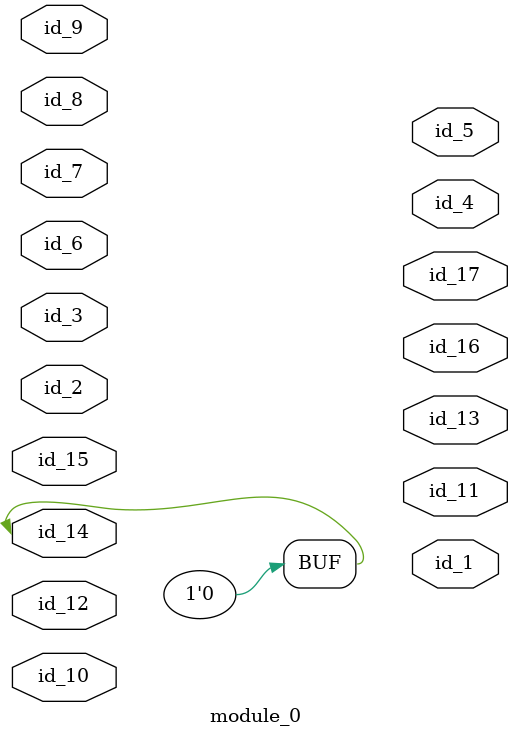
<source format=v>
module module_0 (
    id_1,
    id_2,
    id_3,
    id_4,
    id_5,
    id_6,
    id_7,
    id_8,
    id_9,
    id_10,
    id_11,
    id_12,
    id_13,
    id_14,
    id_15,
    id_16,
    id_17
);
  output id_17;
  output id_16;
  input id_15;
  inout id_14;
  output id_13;
  inout id_12;
  output id_11;
  inout id_10;
  input id_9;
  input id_8;
  input id_7;
  inout id_6;
  output id_5;
  output id_4;
  inout id_3;
  inout id_2;
  output id_1;
  assign id_14 = 1'b0;
  assign id_14 = 1;
endmodule

</source>
